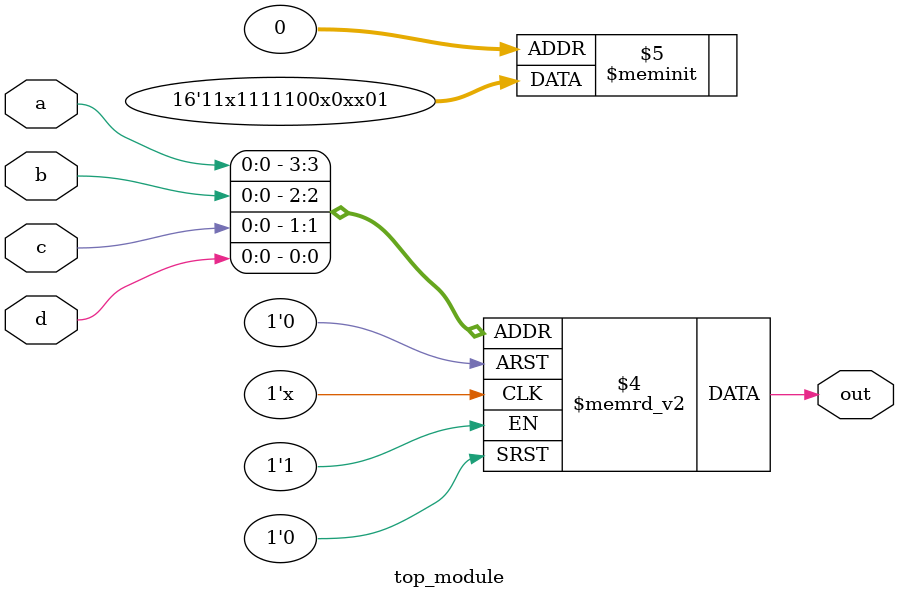
<source format=sv>
module top_module (
    input a, 
    input b,
    input c,
    input d,
    output reg out
);

always @(*)
begin
    case({a,b,c,d})
        4'b0000: out = 1'b1;
        4'b0001: out = 1'b0;
        4'b0010: out = 1'bx;
        4'b0011: out = 1'bx;
        4'b0100: out = 1'b0;
        4'b0101: out = 1'bx;
        4'b0110: out = 1'b0;
        4'b0111: out = 1'b0;
        4'b1000: out = 1'b1;
        4'b1001: out = 1'b1;
        4'b1010: out = 1'b1;
        4'b1011: out = 1'b1;
        4'b1100: out = 1'b1;
        4'b1101: out = 1'bx;
        4'b1110: out = 1'b1;
        default: out = 1'b1;
    endcase
end

endmodule

</source>
